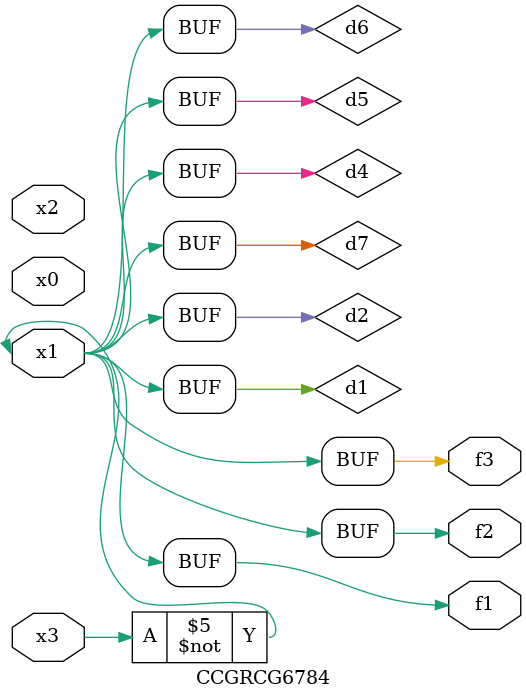
<source format=v>
module CCGRCG6784(
	input x0, x1, x2, x3,
	output f1, f2, f3
);

	wire d1, d2, d3, d4, d5, d6, d7;

	not (d1, x3);
	buf (d2, x1);
	xnor (d3, d1, d2);
	nor (d4, d1);
	buf (d5, d1, d2);
	buf (d6, d4, d5);
	nand (d7, d4);
	assign f1 = d6;
	assign f2 = d7;
	assign f3 = d6;
endmodule

</source>
